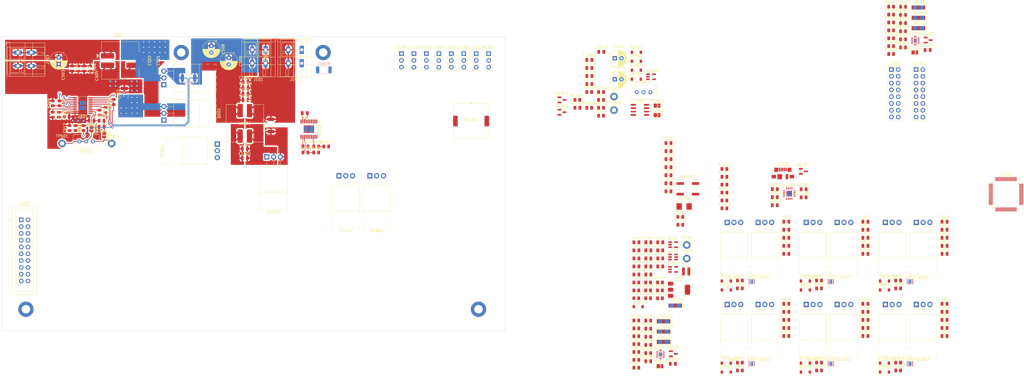
<source format=kicad_pcb>
(kicad_pcb (version 20240225) (generator "pcbnew") (generator_version "8.99")
  (layers (0 "F.Cu" signal) (1 "In1.Cu" signal) (2 "In2.Cu" signal) (31 "B.Cu" signal) (34 "B.Paste" user) (35 "F.Paste" user) (36 "B.SilkS" user "B.Silkscreen") (37 "F.SilkS" user "F.Silkscreen") (38 "B.Mask" user) (39 "F.Mask" user) (44 "Edge.Cuts" user))
  (net 0 "")
  (net 1 "V_{DRIVE}")
  (net 2 "Net-(BZ1301--)")
  (net 3 "VCAP")
  (net 4 "/MOT A Connection/MOT.B")
  (net 5 "Net-(U201-BST)")
  (net 6 "PGND")
  (net 7 "GNDD")
  (net 8 "Net-(U401-+)")
  (net 9 "Net-(U402-SW)")
  (net 10 "Net-(U402-BOOT)")
  (net 11 "+5V")
  (net 12 "Net-(U403-BP)")
  (net 13 "+3.3V")
  (net 14 "Net-(D401-K)")
  (net 15 "Net-(D401-A)")
  (net 16 "/PSU/V_{CELL}")
  (net 17 "Net-(U501-INTV_{EE})")
  (net 18 "Net-(U501-INTV_{CC})")
  (net 19 "/PSU/Input PSU/V_{CTRL}")
  (net 20 "Net-(U501-IMON)")
  (net 21 "Net-(JP501-A)")
  (net 22 "Net-(U501-SS)")
  (net 23 "Net-(JP502-A)")
  (net 24 "/MOT A Connection/MOT.C")
  (net 25 "Net-(U601-BST)")
  (net 26 "/MOT B Connection/MOT.B")
  (net 27 "Net-(U801-BST)")
  (net 28 "/MOTA Driver/Phase A Driver/OUT")
  (net 29 "Net-(U901-BST)")
  (net 30 "/MOT B Connection/MOT.C")
  (net 31 "Net-(U1001-BST)")
  (net 32 "Net-(JP1101-A)")
  (net 33 "/MCU/NRST")
  (net 34 "/MCU/OSC_1")
  (net 35 "/MCU/OSC_2")
  (net 36 "Net-(J1308-D+)")
  (net 37 "Net-(J1308-D-)")
  (net 38 "/Radio and misc/V_{FTDI}")
  (net 39 "Net-(JP1401-A)")
  (net 40 "/PSU/Battery chagrer/SW_OUT")
  (net 41 "/PSU/Battery chagrer/SW_IN")
  (net 42 "/PSU/Battery chagrer/SWIN_CSP")
  (net 43 "IN")
  (net 44 "Net-(U1601-INTV_{EE})")
  (net 45 "Net-(U1601-INTV_{CC})")
  (net 46 "Net-(U1601-IMON)")
  (net 47 "Net-(JP1601-A)")
  (net 48 "Net-(U1601-SS)")
  (net 49 "Net-(JP1602-A)")
  (net 50 "Net-(U1603-+)")
  (net 51 "/MOTB Driver/Phase A Driver/OUT")
  (net 52 "Net-(U1801-BST)")
  (net 53 "Net-(D1101-A)")
  (net 54 "Net-(D1101-K)")
  (net 55 "Net-(D1102-A)")
  (net 56 "Net-(D1103-A)")
  (net 57 "Net-(D1104-A)")
  (net 58 "Net-(D1105-A)")
  (net 59 "Net-(D1106-A)")
  (net 60 "Net-(D1301-K)")
  (net 61 "Net-(D1302-K)")
  (net 62 "Net-(D1401-K)")
  (net 63 "Net-(D1401-A)")
  (net 64 "Net-(D1402-A)")
  (net 65 "Net-(D1403-A)")
  (net 66 "Net-(D1404-A)")
  (net 67 "Net-(D1405-A)")
  (net 68 "Net-(D1406-A)")
  (net 69 "/MCU/~{BAT_CHARGE}")
  (net 70 "Net-(D1601-K)")
  (net 71 "/MCU/BAT_USE")
  (net 72 "Net-(D1603-K)")
  (net 73 "Net-(D1603-A)")
  (net 74 "Net-(D1604-A)")
  (net 79 "/MCU/SWDIO")
  (net 82 "/MCU/SWCLK")
  (net 85 "/MCU/RADIO1")
  (net 86 "/MCU/RADIO2")
  (net 87 "/MCU/RADIO3")
  (net 88 "/MCU/RADIO4")
  (net 89 "/MCU/RADIO5")
  (net 90 "/MCU/RADIO6")
  (net 91 "Net-(J1308-VBUS)")
  (net 93 "/CODB.I")
  (net 94 "/CSN_2")
  (net 95 "/SPI.CLK")
  (net 96 "/SPI.MISO")
  (net 97 "/MOT B Connection/COD_V")
  (net 98 "/CODB.A")
  (net 99 "/MOT B Connection/COD_U")
  (net 100 "/CODB.B")
  (net 101 "/SPI.MOSI")
  (net 102 "/MOT B Connection/MOT.A")
  (net 103 "/MOT B Connection/COD_PWM")
  (net 104 "/CODA.B")
  (net 105 "/MOT A Connection/MOT.A")
  (net 106 "/MOT A Connection/COD_PWM")
  (net 107 "/MOT A Connection/COD_U")
  (net 108 "/CODA.A")
  (net 109 "/CSN_1")
  (net 110 "/CODA.I")
  (net 111 "/MOT A Connection/COD_V")
  (net 112 "Net-(JP501-B)")
  (net 113 "Net-(JP502-B)")
  (net 114 "/MCU/MOT2.AL")
  (net 115 "Net-(JP1102-A)")
  (net 116 "/MCU/MOT2_CMD.AL")
  (net 117 "/MCU/MOT2.BL")
  (net 118 "/MCU/MOT2_CMD.BL")
  (net 119 "Net-(JP1103-A)")
  (net 120 "/MCU/MOT2_CMD.CL")
  (net 121 "Net-(JP1104-A)")
  (net 122 "/MCU/MOT2.CL")
  (net 123 "Net-(JP1402-A)")
  (net 124 "/MCU/MOT1_CMD.AL")
  (net 125 "/MCU/MOT1.AL")
  (net 126 "Net-(JP1403-A)")
  (net 127 "/MCU/MOT1.BL")
  (net 128 "/MCU/MOT1_CMD.BL")
  (net 129 "/MCU/MOT1.CL")
  (net 130 "/MCU/MOT1_CMD.CL")
  (net 131 "Net-(JP1404-A)")
  (net 132 "Net-(JP1601-B)")
  (net 133 "Net-(JP1602-B)")
  (net 134 "Net-(Q201-G)")
  (net 135 "Net-(Q202-G)")
  (net 136 "Net-(Q501-G)")
  (net 137 "Net-(Q502-G)")
  (net 138 "Net-(Q601-G)")
  (net 139 "Net-(Q602-G)")
  (net 140 "Net-(Q801-G)")
  (net 141 "Net-(Q802-G)")
  (net 142 "Net-(Q901-G)")
  (net 143 "Net-(Q902-G)")
  (net 144 "Net-(Q1001-G)")
  (net 145 "Net-(Q1002-G)")
  (net 146 "/MCU/MOT_LED_EN")
  (net 147 "/MCU/EN_BIP")
  (net 148 "Net-(Q1601-G)")
  (net 149 "Net-(Q1601-S)")
  (net 150 "Net-(Q1602-G)")
  (net 151 "Net-(Q1603-D)")
  (net 152 "Net-(Q1603-G)")
  (net 153 "Net-(Q1604-D)")
  (net 154 "Net-(Q1605-S)")
  (net 155 "Net-(Q1801-G)")
  (net 156 "Net-(Q1802-G)")
  (net 157 "/MCU/MOT1.BH")
  (net 158 "Net-(U402-EN)")
  (net 159 "Net-(U402-FB)")
  (net 160 "Net-(U501-EN{slash}FBIN)")
  (net 161 "Net-(U501-FBX)")
  (net 162 "Net-(R507-Pad2)")
  (net 163 "Net-(U501-RT)")
  (net 164 "/MCU/MOT1.CH")
  (net 165 "/MCU/MOT2.BH")
  (net 166 "/MCU/MOT1.AH")
  (net 167 "/MCU/MOT2.CH")
  (net 168 "/MCU/MOT2.AH")
  (net 169 "Net-(U1201-BOOT0)")
  (net 170 "Net-(U1301-USBDM)")
  (net 171 "Net-(U1301-USBDP)")
  (net 172 "Net-(U1301-CBUS1)")
  (net 173 "Net-(U1301-CBUS2)")
  (net 174 "Net-(U1601-FBX)")
  (net 175 "Net-(R1608-Pad2)")
  (net 176 "Net-(U1601-RT)")
  (net 177 "/MCU/MEAS_VCAP")
  (net 179 "/MCU/MOT2_PWM")
  (net 186 "/MCU/USART.TX")
  (net 187 "/MCU/MOT1_PWM")
  (net 189 "/MCU/MEAS_VBAT")
  (net 192 "/MCU/MEAS_IBAT")
  (net 194 "/MCU/USART.RX")
  (net 203 "/PSU/Input PSU/SW_OUT")
  (net 204 "/PSU/Input PSU/SW_IN")
  (net 205 "/PSU/Input PSU/SWIN_CSP")
  (net 206 "/PSU/Input PSU/SWOUT_ISP")
  (footprint "Potentiometer_THT:Potentiometer_Bourns_3296W_Vertical" (layer "F.Cu") (at 284.1875 58.865)
    (property "Reference" "RV1601")
    (property "Value" "100k (10k)")
  )
  (footprint "Diode_SMD:D_SOD-123" (layer "F.Cu") (at 278.9825 53.965)
    (property "Reference" "D1604")
    (property "Value" " B5819W-TP ")
  )
  (footprint "Capacitor_SMD:C_0805_2012Metric" (layer "F.Cu") (at 334.95 116.28)
    (property "Reference" "C204")
    (property "Value" "1n")
  )
  (footprint "TestPoint:TestPoint_Keystone_5010-5014_Multipurpose" (layer "F.Cu") (at 83 78)
    (property "Reference" "TP502")
    (property "Value" "TP_RCOMP_L")
  )
  (footprint "Capacitor_SMD:C_0805_2012Metric" (layer "F.Cu") (at 394.05 146.99)
    (property "Reference" "C1804")
    (property "Value" "1n")
  )
  (footprint "Capacitor_SMD:C_0805_2012Metric" (layer "F.Cu") (at 261.4075 46.755)
    (property "Reference" "C1609")
    (property "Value" "62n")
  )
  (footprint "Package_TO_SOT_SMD:SOT-23" (layer "F.Cu") (at 292.8 156.665)
    (property "Reference" "Q1101")
    (property "Value" "IRLML0030")
  )
  (footprint "Diode_SMD:D_SOD-123" (layer "F.Cu") (at 312.545 160.14)
    (property "Reference" "D601")
    (property "Value" " B5819W-TP ")
  )
  (footprint "Resistor_SMD:R_0805_2012Metric" (layer "F.Cu") (at 347.17 132.18)
    (property "Reference" "R902")
    (property "Value" "100k")
  )
  (footprint "Package_SON:WSON-8-1EP_2x2mm_P0.5mm_EP0.9x1.6mm_ThermalVias" (layer "F.Cu") (at 381.135 160.375)
    (property "Reference" "U1801")
    (property "Value" "LM2105")
  )
  (footprint "Jumper:SolderJumper-2_P1.3mm_Open_TrianglePad1.0x1.5mm" (layer "F.Cu") (at 80.25 74.75 -90)
    (property "Reference" "JP502")
    (property "Value" "JP_COMP")
  )
  (footprint "Package_SON:WSON-8-1EP_2x2mm_P0.5mm_EP0.9x1.6mm_ThermalVias" (layer "F.Cu") (at 322.035 129.665)
    (property "Reference" "U201")
    (property "Value" "LM2105")
  )
  (footprint "Package_TO_SOT_SMD:SOT-223-3_TabPin2" (layer "F.Cu") (at 294.9 132.705)
    (property "Reference" "U404")
    (property "Value" "LM317_SOT-223")
  )
  (footprint "Capacitor_SMD:C_0805_2012Metric" (layer "F.Cu") (at 155.14 66.6375 180)
    (property "Reference" "C1607")
    (property "Value" "2.2u")
  )
  (footprint "LED_SMD:LED_0805_2012Metric" (layer "F.Cu") (at 378.55 32.985)
    (property "Reference" "D1403")
    (property "Value" "RED")
  )
  (footprint "Resistor_SMD:R_0805_2012Metric" (layer "F.Cu") (at 163.14 79.1375)
    (property "Reference" "R1610")
    (property "Value" "22k")
  )
  (footprint "Capacitor_SMD:C_0805_2012Metric" (layer "F.Cu") (at 75.5 69.5 180)
    (property "Reference" "C514")
    (property "Value" "100p")
  )
  (footprint "Resistor_SMD:R_0805_2012Metric" (layer "F.Cu") (at 347.17 159.94)
    (property "Reference" "R1001")
    (property "Value" "100k")
  )
  (footprint "Button_Switch_SMD:SW_SPST_B3SL-1022P" (layer "F.Cu") (at 298.2 94.97)
    (property "Reference" "SW1201")
    (property "Value" "B3SL-1022P")
  )
  (footprint "Package_TO_SOT_SMD:SOT-23-5" (layer "F.Cu") (at 284.4275 53.06)
    (property "Reference" "U1603")
    (property "Value" "TSV911xxLx")
  )
  (footprint "LED_SMD:LED_0805_2012Metric" (layer "F.Cu") (at 378.55 39.065)
    (property "Reference" "D1405")
    (property "Value" "BLUE")
  )
  (footprint "Capacitor_SMD:C_0805_2012Metric" (layer "F.Cu") (at 278.97 120.98)
    (property "Reference" "C403")
    (property "Value" "2.2u")
  )
  (footprint "Capacitor_SMD:C_0805_2012Metric" (layer "F.Cu") (at 334.95 150)
    (property "Reference" "C605")
    (property "Value" "1u")
  )
  (footprint "Capacitor_SMD:C_0805_2012Metric" (layer "F.Cu") (at 364.5 110.26)
    (property "Reference" "C902")
    (property "Value" "100n")
  )
  (footprint "Resistor_SMD:R_0805_2012Metric" (layer "F.Cu") (at 63.25 67.25 -90)
    (property "Reference" "R507")
    (property "Value" "120k")
  )
  (footprint "Jumper:SolderJumper-2_P1.3mm_Open_TrianglePad1.0x1.5mm" (layer "F.Cu") (at 75.5 72.525 -90)
    (property "Reference" "JP501")
    (property "Value" "JP_COMP")
  )
  (footprint "Resistor_SMD:R_0805_2012Metric" (layer "F.Cu") (at 374.1 29.81)
    (property "Reference" "R1402")
    (property "Value" "3k3")
  )
  (footprint "Resistor_SMD:R_0805_2012Metric" (layer "F.Cu") (at 261.3475 58.765)
    (property "Reference" "R1607")
    (property "Value" "10k")
  )
  (footprint "Capacitor_SMD:C_0805_2012Metric" (layer "F.Cu") (at 287.87 120.98)
    (property "Reference" "C413")
    (property "Value" "100n")
  )
  (footprint "Capacitor_SMD:C_0805_2012Metric" (layer "F.Cu") (at 72.75 50 -90)
    (property "Reference" "C507")
    (property "Value" "10u")
  )
  (footprint "Capacitor_SMD:C_0805_2012Metric" (layer "F.Cu") (at 283.42 127)
    (property "Reference" "C410")
    (property "Value" "1u")
  )
  (footprint "Package_DFN_QFN:DHVQFN-14-1EP_2.5x3mm_P0.5mm_EP1x1.5mm" (layer "F.Cu") (at 383.13 39.57)
    (property "Reference" "U1401")
    (property "Value" "74LS08")
  )
  (footprint "Capacitor_THT:CP_Radial_D6.3mm_P2.50mm" (layer "F.Cu") (at 63.25 45.817621 -90)
    (property "Reference" "C503")
    (property "Value" "100u")
  )
  (footprint "Capacitor_SMD:C_0805_2012Metric" (layer "F.Cu") (at 133 57.29)
    (property "Reference" "C1604")
    (property "Value" "10u")
  )
  (footprint "Crystal:Crystal_SMD_5032-2Pin_5.0x3.2mm" (layer "F.Cu") (at 296.8 101.57)
    (property "Reference" "Y1201")
    (property "Value" "8MHz")
  )
  (footprint "Package_TO_SOT_THT:TO-220-3_Horizontal_TabUp" (layer "F.Cu") (at 353.96 138.23)
    (property "Reference" "Q1002")
    (property "Value" "TK4R3E06PL")
  )
  (footprint "Diode_SMD:D_SOD-123" (layer "F.Cu") (at 342.095 163.49)
    (property "Reference" "D1002")
    (property "Value" " B5819W-TP ")
  )
  (footprint "Capacitor_SMD:C_0805_2012Metric" (layer "F.Cu") (at 292.58 160.39)
    (property "Reference" "C1101")
    (property "Value" "100n")
  )
  (footprint "Capacitor_SMD:C_0805_2012Metric" (layer "F.Cu") (at 394.05 107.25)
    (property "Reference" "C801")
    (property "Value" "1n")
  )
  (footprint "Resistor_SMD:R_0805_2012Metric" (layer "F.Cu") (at 66.25 68)
    (property "Reference" "R509")
    (property "Value" "22k")
  )
  (footprint "Capacitor_SMD:C_0805_2012Metric" (layer "F.Cu") (at 98.75 47 -90)
    (property "Reference" "C501")
    (property "Value" "10u")
  )
  (footprint "Capacitor_SMD:C_0805_2012Metric" (layer "F.Cu") (at 334.95 140.97)
    (property "Reference" "C602")
    (property "Value" "100n")
  )
  (footprint "Capacitor_SMD:C_0805_2012Metric" (layer "F.Cu") (at 287.87 114.96)
    (property "Reference" "C411")
    (property "Value" "1u")
  )
  (footprint "Capacitor_SMD:C_0805_2012Metric" (layer "F.Cu") (at 278.97 127)
    (property "Reference" "C405")
    (property "Value" "10u")
  )
  (footprint "Resistor_SMD:R_0805_2012Metric" (layer "F.Cu") (at 278.95 150.08)
    (property "Reference" "R1103")
    (property "Value" "3k3")
  )
  (footprint "Resistor_SMD:R_0805_2012Metric" (layer "F.Cu") (at 278.95 129.98)
    (property "Reference" "R401")
    (property "Value" "33k")
  )
  (footprint "Resistor_SMD:R_2010_5025Metric" (layer "F.Cu") (at 87.75 59.75 90)
    (property "Reference" "R502")
    (property "Value" "1m")
  )
  (footprint "Capacitor_SMD:C_0805_2012Metric" (layer "F.Cu") (at 290.95 86.88)
    (property "Reference" "C1204")
    (property "Value" "100n")
  )
  (footprint "TerminalBlock_WAGO:TerminalBlock_WAGO_236-402_1x02_P5.00mm_45Degree" (layer "F.Cu") (at 53 44 -90)
    (property "Reference" "J103")
    (property "Value" "Conn_01x02")
  )
  (footprint "Resistor_SMD:R_0805_2012Metric" (layer "F.Cu") (at 278.95 132.93)
    (property "Reference" "R402")
    (property "Value" "5.6k")
  )
  (footprint "Capacitor_SMD:C_0805_2012Metric" (layer "F.Cu") (at 394.05 116.28)
    (property "Reference" "C804")
    (property "Value" "1n")
  )
  (footprint "Package_TO_SOT_THT:TO-220-3_Horizontal_TabUp" (layer "F.Cu") (at 324.41 107.52)
    (property "Reference" "Q202")
    (property "Value" "TK4R3E06PL")
  )
  (footprint "Resistor_SMD:R_0805_2012Metric" (layer "F.Cu") (at 317.62 129.23)
    (property "Reference" "R201")
    (property "Value" "100k")
  )
  (footprint "LED_SMD:LED_0805_2012Metric" (layer "F.Cu") (at 283.4 150.305)
    (property "Reference" "D1103")
    (property "Value" "RED")
  )
  (footprint "Diode_SMD:D_SOD-123" (layer "F.Cu") (at 312.545 132.78)
    (property "Reference" "D202")
    (property "Value" " B5819W-TP ")
  )
  (footprint "Capacitor_SMD:C_0805_2012Metric" (layer "F.Cu") (at 330.66 101.12)
    (property "Reference" "C1303")
    (property "Value" "100n")
  )
  (footprint "TestPoint:TestPoint_Keystone_5010-5014_Multipurpose" (layer "F.Cu") (at 297.77 121.03)
    (property "Reference" "TP402")
    (property "Value" "TestPoint")
  )
  (footprint "Diode_SMD:D_SOD-123" (layer "F.Cu") (at 371.645 160.14)
    (property "Reference" "D1801")
    (property "Value" " B5819W-TP ")
  )
  (footprint "Resistor_SMD:R_0805_2012Metric" (layer "F.Cu") (at 265.7575 64.665)
    (property "Reference" "R1613")
    (property "Value" "33k")
  )
  (footprint "Diode_SMD:D_SOD-123" (layer "F.Cu") (at 312.545 163.49)
    (property "Reference" "D602")
    (property "Value" " B5819W-TP ")
  )
  (footprint "Diode_SMD:D_SOD-123" (layer "F.Cu") (at 342.095 132.78)
    (property "Reference" "D902")
    (property "Value" " B5819W-TP ")
  )
  (footprint "Capacitor_SMD:C_0805_2012Metric" (layer "F.Cu") (at 364.5 137.96)
    (property "Reference" "C1001")
    (property "Value" "1n")
  )
  (footprint "Resistor_SMD:R_0805_2012Metric" (layer "F.Cu") (at 347.17 162.89)
    (property "Reference" "R1002")
    (property "Value" "100k")
  )
  (footprint "Resistor_SMD:R_0805_2012Metric" (layer "F.Cu") (at 283.36 132.93)
    (property "Reference" "R405")
    (property "Value" "150k")
  )
  (footprint "Package_DFN_QFN:DHVQFN-14-1EP_2.5x3mm_P0.5mm_EP1x1.5mm" (layer "F.Cu") (at 287.98 156.89)
    (property "Reference" "U1101")
    (property "Value" "74LS08")
  )
  (footprint "Capacitor_SMD:C_0805_2012Metric" (layer "F.Cu") (at 261.4075 52.775)
    (property "Reference" "C1611")
    (property "Value" "560n")
  )
  (footprint "Package_TO_SOT_THT:TO-220-3_Horizontal_TabUp" (layer "F.Cu") (at 167.91 90.09)
    (property "Reference" "Q1604")
    (property "Value" "IXTP28P065T")
  )
  (footprint "Capacitor_SMD:C_0805_2012Metric" (layer "F.Cu") (at 155.39 79.1375)
    (property "Reference" "C1608")
    (property "Value" "2.2u")
  )
  (footprint "Resistor_SMD:R_0805_2012Metric" (layer "F.Cu") (at 374.1 26.86)
    (property "Reference" "R1401")
    (property "Value" "3k3")
  )
  (footprint "Jumper:SolderJumper-2_P1.3mm_Open_TrianglePad1.0x1.5mm" (layer "F.Cu") (at 286.6875 67.415)
    (property "Reference" "JP1602")
    (property "Value" "JP_COMP")
  )
  (footprint "LED_SMD:LED_0805_2012Metric" (layer "F.Cu") (at 378.55 26.905)
    (property "Reference" "D1401")
    (property "Value" "RED")
  )
  (footprint "Resistor_SMD:R_0805_2012Metric" (layer "F.Cu") (at 311.83 96.37)
    (property "Reference" "R1304")
    (property "Value" "27")
  )
  (footprint "Capacitor_SMD:C_0805_2012Metric" (layer "F.Cu") (at 75 50 -90)
    (property "Reference" "C506")
    (property "Value" "10u")
  )
  (footprint "Resistor_SMD:R_0805_2012Metric" (layer "F.Cu") (at 72.5 72.25 90)
    (property "Reference" "R505")
    (property "Value" "200k")
  )
  (footprint "Capacitor_SMD:C_0805_2012Metric" (layer "F.Cu") (at 364.5 140.97)
    (property "Reference" "C1002")
    (property "Value" "100n")
  )
  (footprint "Capacitor_SMD:C_0805_2012Metric" (layer "F.Cu") (at 290.95 83.87)
    (property "Reference" "C1203")
    (property "Value" "100n")
  )
  (footprint "Package_SON:WSON-8-1EP_2x2mm_P0.5mm_EP0.9x1.6mm_ThermalVias" (layer "F.Cu") (at 381.135 129.665)
    (property "Reference" "U801")
    (property "Value" "LM2105")
  )
  (footprint "Package_TO_SOT_THT:TO-220-3_Horizontal_TabUp" (layer "F.Cu") (at 312.86 138.23)
    (property "Reference" "Q601")
    (property "Value" "TK4R3E06PL")
  )
  (footprint "Capacitor_THT:CP_Radial_D6.3mm_P2.50mm" (layer "F.Cu") (at 270.892741 46.165)
    (property "Reference" "C1605")
    (property "Value" "100u")
  )
  (footprint "Diode_SMD:D_SOD-123" (layer "F.Cu") (at 371.645 129.43)
    (property "Reference" "D801")
    (property "Value" " B5819W-TP ")
  )
  (footprint "Resistor_SMD:R_0805_2012Metric" (layer "F.Cu") (at 283.36 129.98)
    (property "Reference" "R404")
    (property "Value" "NM")
  )
  (footprint "power_supply:VLS3015CX" (layer "F.Cu") (at 297.545 125.855)
    (property "Reference" "L401")
    (property "Value" "3.3u")
  )
  (footprint "Resistor_SMD:R_0805_2012Metric" (layer "F.Cu") (at 261.3475 64.665)
    (property "Reference" "R1609")
    (property "Value" "R")
  )
  (footprint "LED_SMD:LED_0805_2012Metric" (layer "F.Cu") (at 283.4 147.265)
    (property "Reference" "D1102")
    (property "Value" "RED")
  )
  (footprint "LED_SMD:LED_0805_2012Metric" (layer "F.Cu") (at 378.55 42.105)
    (property "Reference" "D1406")
    (property "Value" "BLUE")
  )
  (footprint "Resistor_SMD:R_0805_2012Metric" (layer "F.Cu") (at 287.77 135.88)
    (property "Reference" "R409")
    (property "Value" "20k")
  )
  (footprint "Capacitor_SMD:C_0805_2012Metric" (layer "F.Cu") (at 261.4075 55.785)
    (property "Reference" "C1612")
    (property "Value" "4.7n")
  )
  (footprint "Package_TO_SOT_SMD:SOT-23-6" (layer "F.Cu") (at 292.67 120.48)
    (property "Reference" "U402")
    (property "Value" "LMR51430")
  )
  (footprint "Capacitor_SMD:C_0805_2012Metric" (layer "F.Cu") (at 287.87 117.97)
    (property "Reference" "C412")
    (property "Value" "1u")
  )
  (footprint "Mounting_Holes:MountingHole_3.2mm_M3_ISO7380_Pad" (layer "F.Cu") (at 109 44)
    (property "Reference" "P4")
    (property "Value" "CONN_01X01")
  )
  (footprint "Package_TO_SOT_SMD:SOT-23" (layer "F.Cu") (at 251.1775 66.325)
    (property "Reference" "Q1606")
    (property "Value" "IRLML0030")
  )
  (footprint "Capacitor_SMD:C_0805_2012Metric" (layer "F.Cu") (at 330.66 98.11)
    (property "Reference" "C1302")
    (property "Value" "47p")
  )
  (footprint "Resistor_SMD:R_0805_2012Metric" (layer "F.Cu") (at 283.36 135.88)
    (property "Reference" "R406")
    (property "Value" "33k")
  )
  (footprint "Mounting_Holes:MountingHole_3.2mm_M3_ISO7380_Pad" (layer "F.Cu") (at 51 140)
    (property "Reference" "P2")
    (property "Value" "CONN_01X01")
  )
  (footprint "Package_TO_SOT_SMD:SOT-23-5" (layer "F.Cu") (at 292.67 115.855)
    (property "Reference" "U401")
    (property "Value" "TSV911xxLx")
  )
  (footprint "Jumper:SolderJumper-3_P2.0mm_Open_TrianglePad1.0x1.5mm" (layer "F.Cu") (at 293.48 138.62)
    (property "Reference" "JP401")
    (property "Value" "DRIVE VSEL")
  )
  (footprint "Capacitor_SMD:C_0805_2012Metric" (layer "F.Cu") (at 278.97 117.97)
    (property "Reference" "C402")
    (property "Value" "100n")
  )
  (footprint "Diode_SMD:D_SOD-123" (layer "F.Cu") (at 279.665 139.03)
    (property "Reference" "D401")
    (property "Value" "XBS104S14R-G")
  )
  (footprint "Connector_PinHeader_2.54mm:PinHeader_1x03_P2.54mm_Vertical" (layer "F.Cu") (at 191.25 44.42)
    (property "Reference" "J1301")
    (property "Value" "Transponder")
  )
  (footprint "Resistor_SMD:R_0805_2012Metric" (layer "F.Cu") (at 374.1 35.71)
    (property "Reference" "R1404")
    (property "Value" "3k3")
  )
  (footprint "Connector_IDC:IDC-Header_2x10_P2.54mm_Vertical" (layer "F.Cu") (at 49.2475 106.57)
    (property "Reference" "J1201")
    (property "Value" "Conn_ARM_JTAG_SWD_20")
  )
  (footprint "Capacitor_SMD:C_0805_2012Metric" (layer "F.Cu") (at 364.5 113.27)
    (property "Reference" "C903")
    (property "Value" "1n")
  )
  (footprint "Package_TO_SOT_THT:TO-220-3_Horizontal_TabUp" (layer "F.Cu") (at 312.86 107.52)
    (property "Reference" "Q201")
    (property "Value" "TK4R3E06PL")
  )
  (footprint "Capacitor_SMD:C_0805_2012Metric" (layer "F.Cu") (at 394.05 110.26)
    (property "Reference" "C802")
    (property "Value" "100n")
  )
  (footprint "Capacitor_SMD:C_0805_2012Metric" (layer "F.Cu") (at 133 55.04)
    (property "Reference" "C1603")
    (property "Value" "10u")
  )
  (footprint "Connector_PinHeader_2.54mm:PinHeader_1x03_P2.54mm_Vertical" (layer "F.Cu") (at 205.2 44.42)
    (property "Reference" "J1304")
    (property "Value" "Conn_01x03")
  )
  (footprint "Jumper:SolderJumper-3_P2.0mm_Open_TrianglePad1.0x1.5mm" (layer "F.Cu") (at 289.11 152.21)
    (property "Reference" "JP1104")
    (property "Value" "AND_BYP")
  )
  (footprint "Resistor_SMD:R_0805_2012Metric" (layer "F.Cu") (at 278.95 155.98)
    (property "Reference" "R1105")
    (property "Value" "3k3")
  )
  (footprint "Connector_PinHeader_2.54mm:PinHeader_1x03_P2.54mm_Vertical" (layer "F.Cu") (at 200.55 44.42)
    (property "Reference" "J1303")
    (property "Value" "Conn_01x03")
  )
  (footprint "Capacitor_SMD:C_0805_2012Metric" (layer "F.Cu") (at 394.05 137.96)
    (property "Reference" "C1801")
    (property "Value" "1n")
  )
  (footprint "Resistor_SMD:R_0805_2012Metric" (layer "F.Cu") (at 374.1 41.61)
    (property "Reference" "R1406")
    (property "Value" "3k3")
  )
  (footprint "Jumper:SolderJumper-2_P1.3mm_Open_TrianglePad1.0x1.5mm" (layer "F.Cu") (at 287.78 161.29)
    (property "Reference" "JP1101")
    (property "Value" "AND_PWR")
  )
  (footprint "Resistor_SMD:R_0805_2012Metric" (layer "F.Cu") (at 317.62 162.89)
    (property "Reference" "R602")
    (property "Value" "100k")
  )
  (footprint "Resistor_SMD:R_0805_2012Metric" (layer "F.Cu") (at 311.83 90.47)
    (property "Reference" "R1302")
    (property "Value" "100k")
  )
  (footprint "Capacitor_SMD:C_0805_2012Metric" (layer "F.Cu") (at 334.95 107.25)
    (property "Reference" "C201")
    (property "Value" "1n")
  )
  (footprint "Resistor_SMD:R_0805_2012Metric" (layer "F.Cu") (at 295.38 108.42)
    (property "Reference" "R1202")
    (property "Value" "10k")
  )
  (footprint "Package_TO_SOT_THT:TO-220-3_Horizontal_TabUp" (layer "F.Cu") (at 371.96 107.52)
    (property "Reference" "Q801")
    (property "Value" "TK4R3E06PL")
  )
  (footprint "Package_TO_SOT_THT:TO-220-3_Horizontal_TabUp" (layer "F.Cu") (at 324.41 138.23)
    (property "Reference" "Q602")
    (property "Value" "TK4R3E06PL")
  )
  (footprint "Mounting_Holes:MountingHole_3.2mm_M3_ISO7380_Pad" (layer "F.Cu") (at 220 140)
    (property "Reference" "P3")
    (property "Value" "CONN_01X01")
  )
  (footprint "Capacitor_SMD:C_0805_2012Metric" (layer "F.Cu") (at 283.42 123.99)
    (property "Reference" "C409")
    (property "Value" "10n")
  )
  (footprint "Resistor_SMD:R_0805_2012Metric" (layer "F.Cu") (at 347.17 129.23)
    (property "Reference" "R901")
    (property "Value" "100k")
  )
  (footprint "Jumper:SolderJumper-3_P2.0mm_Open_TrianglePad1.0x1.5mm" (layer "F.Cu") (at 384.26 31.035)
    (property "Reference" "JP1403")
    (property "Value" "AND_BYP")
  )
  (footprint "Capacitor_SMD:C_0805_2012Metric" (layer "F.Cu") (at 132.75 83.5)
    (property "Reference" "C1601")
    (property "Value" "10u")
  )
  (footprint "Capacitor_THT:CP_Radial_D6.3mm_P2.50mm" (layer "F.Cu") (at 120.25 41.5 -90)
    (property "Reference" "C508")
    (property "Value" "100u")
  )
  (footprint "Capacitor_SMD:C_0805_2012Metric" (layer "F.Cu") (at 290.95 95.91)
    (property "Reference" "C1207")
    (property "Value" "18p")
  )
  (footprint "Capacitor_SMD:C_0805_2012Metric" (layer "F.Cu") (at 283.42 114.96)
    (property "Reference" "C406")
    (property "Value" "10u")
  )
  (footprint "Resistor_SMD:R_0805_2012Metric" (layer "F.Cu") (at 374.1 38.66)
    (property "Reference" "R1405")
    (property "Value" "3k3")
  )
  (footprint "Resistor_SMD:R_0805_2012Metric" (layer "F.Cu") (at 265.7575 61.715)
    (property "Reference" "R1612")
    (property "Value" "10k")
  )
  (footprint "Resistor_SMD:R_0805_2012Metric" (layer "F.Cu") (at 159.39 81.3875)
    (property "Reference" "R1606")
    (property "Value" "4.7k")
  )
  (footprint "Connector_USB:USB_Micro-B_Molex_47346-0001" (layer "F.Cu") (at 333.66 89.22)
    (property "Reference" "J1308")
    (property "Value" "USB_B_Micro")
  )
  (footprint "Resistor_SMD:R_0805_2012Metric" (layer "F.Cu") (at 374.1 44.56)
    (property "Reference" "R1407")
    (property "Value" "100k")
  )
  (footprint "Connector_PinHeader_2.54mm:PinHeader_1x03_P2.54mm_Vertical" (layer "F.Cu") (at 195.9 44.42)
    (property "Reference" "J1302")
    (property "Value" "Conn_01x03")
  )
  (footprint "Capacitor_SMD:C_0805_2012Metric" (layer "F.Cu") (at 290.95 80.86)
    (property "Reference" "C1202")
    (property "Value" "100n")
  )
  (footprint "Capacitor_SMD:C_0805_2012Metric" (layer "F.Cu") (at 95.5 47 -90)
    (property "Reference" "C502")
    (property "Value" "10u")
  )
  (footprint "Package_SON:WSON-8-1EP_2x2mm_P0.5mm_EP0.9x1.6mm_ThermalVias" (layer "F.Cu") (at 351.585 160.375)
    (property "Reference" "U1001")
    (property "Value" "LM2105")
  )
  (footprint "Capacitor_SMD:C_0805_2012Metric" (layer "F.Cu") (at 265.8575 43.745)
    (property "Reference" "C1613")
    (property "Value" "4.7u")
  )
  (footprint "Resistor_SMD:R_0805_2012Metric" (layer "F.Cu") (at 287.77 132.93)
    (property "Reference" "R408")
    (property "Value" "2k")
  )
  (footprint "Capacitor_SMD:C_0805_2012Metric" (layer "F.Cu") (at 330.66 95.1)
    (property "Reference" "C1301")
    (property "Value" "47p")
  )
  (footprint "Resistor_SMD:R_0805_2012Metric" (layer "F.Cu") (at 278.95 158.93)
    (property "Reference" "R1106")
    (property "Value" "3k3")
  )
  (footprint "Resistor_SMD:R_0805_2012Metric" (layer "F.Cu") (at 376.72 159.94)
    (property "Reference" "R1801")
    (property "Value" "100k")
  )
  (footprint "Capacitor_SMD:C_0805_2012Metric" (layer "F.Cu") (at 394.05 113.27)
    (property "Reference" "C803")
    (property "Value" "1n")
  )
  (footprint "LED_SMD:LED_0805_2012Metric" (layer "F.Cu") (at 283.4 153.345)
    (property "Reference" "D1104")
    (property "Value" "BLUE")
  )
  (footprint "Capacitor_SMD:C_0805_2012Metric" (layer "F.Cu") (at 394.05 119.29)
    (property "Reference" "C805")
    (property "Value" "1u")
  )
  (footprint "Resistor_SMD:R_0805_2012Metric" (layer "F.Cu") (at 79.25 69.5)
    (property "Reference" "R508")
    (property "Value" "R")
  )
  (footprint "LED_SMD:LED_0805_2012Metric" (layer "F.Cu") (at 283.4 159.425)
    (property "Reference" "D1106")
    (property "Value" "BLUE")
  )
  (footprint "Resistor_SMD:R_2010_5025Metric" (layer "F.Cu") (at 142.5 71.25 90)
    (property "Reference" "R1602")
    (property "Value" "1m")
  )
  (footprint "LED_SMD:LED_0805_2012Metric" (layer "F.Cu") (at 378.55 29.945)
    (property "Reference" "D1402")
    (property "Value" "RED")
  )
  (footprint "Capacitor_SMD:C_0805_2012Metric" (layer "F.Cu") (at 334.95 137.96)
    (property "Reference" "C601")
    (property "Value" "1n")
  )
  (footprint "Capacitor_SMD:C_0805_2012Metric" (layer "F.Cu") (at 394.05 140.97)
    (property "Reference" "C1802")
    (property "Value" "100n")
  )
  (footprint "Connector_PinHeader_2.54mm:PinHeader_2x08_P2.54mm_Vertical" (layer "F.Cu") (at 383.42 50.36)
    (property "Reference" "J1701")
    (property "Value" "Conn_02x08_Odd_Even")
  )
  (footprint "Resistor_SMD:R_0805_2012Metric" (layer "F.Cu") (at 278.95 147.13)
    (property "Reference" "R1102")
    (property "Value" "3k3")
  )
  (footprint "Capacitor_SMD:C_0805_2012Metric" (layer "F.Cu") (at 334.95 110.26)
    (property "Reference" "C202")
    (property "Value" "100n")
  )
  (footprint "LED_SMD:LED_0805_2012Metric" (layer "F.Cu") (at 283.4 144.225)
    (property "Reference" "D1101")
    (property "Value" "RED")
  )
  (footprint "Diode_SMD:D_SOD-123" (layer "F.Cu") (at 371.645 163.49)
    (property "Reference" "D1802")
    (property "Value" " B5819W-TP ")
  )
  (footprint "Package_TO_SOT_THT:TO-220-3_Horizontal_TabUp" (layer "F.Cu") (at 342.41 107.52)
    (property "Reference" "Q901")
    (property "Value" "TK4R3E06PL")
  )
  (footprint "Capacitor_SMD:C_0805_2012Metric" (layer "F.Cu") (at 79.25 71.75 180)
    (property "Reference" "C516")
    (property "Value" "4.7n")
  )
  (footprint "Capacitor_SMD:C_0805_2012Metric" (layer "F.Cu") (at 68.25 50 -90)
    (property "Reference" "C505")
    (property "Value" "10u")
  )
  (footprint "TestPoint:TestPoint_Keystone_5010-5014_Multipurpose" (layer "F.Cu") (at 297.77 115.98)
    (property "Reference" "TP401")
    (property "Value" "TestPoint")
  )
  (footprint "Resistor_SMD:R_0805_2012Metric" (layer "F.Cu") (at 295.38 105.47)
    (property "Reference" "R1201")
    (property "Value" "10k")
  )
  (footprint "Diode_SMD:D_SOD-123" (layer "F.Cu") (at 278.9825 50.615)
    (property "Reference" "D1603")
    (property "Value" " B5819W-TP ")
  )
  (footprint "Package_TO_SOT_THT:TO-220-3_Horizontal_TabUp" (layer "F.Cu") (at 102.52 69.29 90)
    (property "Reference" "Q502")
    (property "Value" "TK4R3E06PL")
  )
  (footprint "Capacitor_SMD:C_0805_2012Metric" (layer "F.Cu") (at 278.97 123.99)
    (property "Reference" "C404")
    (property "Value" "100n")
  )
  (footprint "Capacitor_SMD:C_0805_2012Metric" (layer "F.Cu") (at 287.87 123.99)
    (property "Reference" "C414")
    (property "Value" "1u")
  )
  (footprint "Capacitor_SMD:C_0805_2012Metric" (layer "F.Cu") (at 80.75 65.5 -90)
    (property "Reference" "C513")
    (property "Value" "62n")
  )
  (footprint "Package_TO_SOT_SMD:SOT-23-5" (layer "F.Cu") (at 292.67 125.105)
    (property "Reference" "U403")
    (property "Value" "LDK130M33R")
  )
  (footprint "Capacitor_SMD:C_0805_2012Metric" (layer "F.Cu") (at 283.42 117.97)
    (property "Reference" "C407")
    (property "Value" "1u")
  )
  (footprint "Capacitor_SMD:C_0805_2012Metric" (layer "F.Cu") (at 334.95 146.99)
    (property "Reference" "C604")
    (property "Value" "1n")
  )
  (footprint "Capacitor_SMD:C_0805_2012Metric" (layer "F.Cu") (at 70.5 50 -90)
    (property "Reference" "C504")
    (property "Value" "10u")
  )
  (footprint "Resistor_SMD:R_0805_2012Metric" (layer "F.Cu") (at 311.83 87.52)
    (property "Reference" "R1301")
    (property "Value" "1k")
  )
  (footprint "LED_SMD:LED_0805_2012Metric" (layer "F.Cu") (at 341.44 98.155)
    (property "Reference" "D1302")
    (property "Value" "LED")
  )
  (footprint "Diode_SMD:D_SOD-123" (layer "F.Cu") (at 278.9825 47.265)
    (property "Reference" "D1602")
    (property "Value" " B5819W-TP ")
  )
  (footprint "Jumper:SolderJumper-2_P1.3mm_Open_TrianglePad1.0x1.5mm" (layer "F.Cu") (at 286.6875 63.865)
    (property "Reference" "JP1601")
    (property "Value" "JP_COMP")
  )
  (footprint "Package_SON:WSON-8-1EP_2x2mm_P0.5mm_EP0.9x1.6mm_ThermalVias" (layer "F.Cu") (at 351.585 129.665)
    (property "Reference" "U901")
    (property "Value" "LM2105")
  )
  (footprint "Package_SO:HTSSOP-20-1EP_4.4x6.5mm_P0.65mm_EP2.74x3.86mm" (layer "F.Cu") (at 72.2 63.8 180)
    (property "Reference" "U501")
    (property "Value" "LT8710")
  )
  (footprint "Resistor_SMD:R_0805_2012Metric" (layer "F.Cu") (at 69.5 72.25 -90)
    (property "Reference" "R506")
    (property "Value" "R")
  )
  (footprint "TestPoint:TestPoint_Keystone_5010-5014_Multipurpose" (layer "F.Cu") (at 270.6075 60.465)
    (property "Reference" "TP1601")
    (property "Value" "TP_RCOMP_H")
  )
  (footprint "Resistor_SMD:R_0805_2012Metric" (layer "F.Cu") (at 376.72 162.89)
    (property "Reference" "R1802")
    (property "Value" "100k")
  )
  (footprint "Diode_SMD:D_SOD-123" (layer "F.Cu") (at 278.9825 43.915)
    (property "Reference" "D1601")
    (property "Value" " B5819W-TP ")
  )
  (footprint "Capacitor_SMD:C_0805_2012Metric" (layer "F.Cu") (at 364.5 107.25)
    (property "Reference" "C901")
    (property "Value" "1n")
  )
  (footprint "Resistor_SMD:R_0805_2012Metric" (layer "F.Cu") (at 376.72 132.18)
    (property "Reference" "R802")
    (property "Value" "100k")
  )
  (footprint "Capacitor_SMD:C_0805_2012Metric" (layer "F.Cu") (at 132.75 79.99)
    (property "Reference" "C1602")
    (property "Value" "10u")
  )
  (footprint "Diode_SMD:D_SOD-123" (layer "F.Cu") (at 342.095 160.14)
    (property "Reference" "D1001")
    (property "Value" " B5819W-TP ")
  )
  (footprint "Connector_PinHeader_2.54mm:PinHeader_1x03_P2.54mm_Vertical" (layer "F.Cu") (at 219.15 44.42)
    (property "Reference" "J1307")
    (property "Value" "Conn_01x03")
  )
  (footprint "Capacitor_SMD:C_0805_2012Metric" (layer "F.Cu") (at 364.5 119.29)
    (property "Reference" "C905")
    (property "Value" "1u")
  )
  (footprint "Capacitor_SMD:C_0805_2012Metric" (layer "F.Cu") (at 61 67.25 -90)
    (property "Reference" "C511")
    (property "Value" "2.2u")
  )
  (footprint "Capacitor_SMD:C_0805_2012Metric" (layer "F.Cu") (at 283.42 120.98)
    (property "Reference" "C408")
    (property "Value" "100n")
  )
  (footprint "Capacitor_SMD:C_0805_2012Metric" (layer "F.Cu") (at 133 61.79)
    (property "Reference" "C1615")
    (property "Value" "10u")
  )
  (footprint "Package_TO_SOT_SMD:SOT-23" (layer "F.Cu") (at 341.33 88.445)
    (property "Reference" "Q1301")
    (property "Value" "IRLML0030")
  )
  (footprint "TerminalBlock_WAGO:TerminalBlock_WAGO_236-402_1x02_P5.00mm_45Degree" (layer "F.Cu") (at 140.5 48 180)
    (property "Reference" "J101")
    (property "Value" "Conn_01x02")
  )
  (footprint "Capacitor_SMD:C_0805_2012Metric" (layer "F.Cu") (at 67.25 72.25 90)
    (property "Reference" "C512")
    (property "Value" "C")
  )
  (footprint "Resistor_SMD:R_0805_2012Metric" (layer "F.Cu") (at 311.83 99.32)
    (property "Reference" "R1305")
    (property "Value" "1k")
  )
  (footprint "Jumper:SolderJumper-2_P1.3mm_Open_TrianglePad1.0x1.5mm" (layer "F.Cu") (at 382.93 43.97)
    (property "Reference" "JP1401")
    (property "Value" "AND_PWR")
  )
  (footprint "Capacitor_THT:CP_Radial_D6.3mm_P2.50mm" (layer "F.Cu") (at 126.75 46 -90)
    (property "Reference" "C509")
    (property "Value" "100u")
  )
  (footprint "Connector_PinHeader_2.54mm:PinHeader_1x03_P2.54mm_Vertical" (layer "F.Cu") (at 209.85 44.42)
    (property "Reference" "J1305")
    (property "Value" "Conn_01x03")
  )
  (footprint "Resistor_SMD:R_0805_2012Metric" (layer "F.Cu") (at 256.9375 64.665)
    (property "Reference" "R1605")
    (property "Value" "4.7k")
  )
  (footprint "Resistor_SMD:R_0805_2012Metric" (layer "F.Cu") (at 256.9375 61.715)
    (property "Reference" "R1604")
    (property "Value" "200k")
  )
  (footprint "Diode_SMD:D_SOD-123" (layer "F.Cu") (at 342.095 129.43)
    (property "Reference" "D901")
    (property "Value" " B5819W-TP ")
  )
  (footprint "dsv4:PKLCS1212E4001-R1" (layer "F.Cu") (at 217.25 69.625)
    (property "Reference" "BZ1301")
    (property "Value" "PKLCS1212E4001-R1")
  )
  (footprint "Resistor_SMD:R_0805_2012Metric" (layer "F.Cu") (at 374.1 32.76)
    (property "Reference" "R1403")
    (property "Value" "3k3")
  )
  (footprint "Resistor_SMD:R_0805_2012Metric" (layer "F.Cu") (at 311.83 102.27)
    (property "Reference" "R1306")
    (property "Value" "1k")
  )
  (footprint "Jumper:SolderJumper-3_P2.0mm_Open_TrianglePad1.0x1.5mm" (layer "F.Cu") (at 289.11 144.5)
    (property "Reference" "JP1102")
    (property "Value" "AND_BYP")
  )
  (footprint "Package_TO_SOT_SMD:SOT-23" (layer "F.Cu") (at 251.1775 61.7)
    (property "Reference" "Q1603")
    (property "Value" "IRLML0030")
  )
  (footprint "Capacitor_SMD:C_0805_2012Metric" (layer "F.Cu") (at 334.95 143.98)
    (property "Reference" "C603")
    (property "Value" "1n")
  )
  (footprint "Resistor_SMD:R_0805_2012Metric" (layer "F.Cu") (at 278.95 135.88)
    (property "Reference" "R403")
    (property "Value" "150k")
  )
  (footprint "Resistor_SMD:R_0805_2012Metric" (layer "F.Cu") (at 265.7575 58.765)
    (property "Reference" "R1611")
    (property "Value" "10k")
  )
  (footprint "Capacitor_SMD:C_0805_2012Metric" (layer "F.Cu") (at 364.5 150)
    (property "Reference" "C1005")
    (property "Value" "1u")
  )
  (footprint "Capacitor_SMD:C_0805_2012Metric" (layer "F.Cu") (at 364.5 146.99)
    (property "Reference" "C1004")
    (property "Value" "1n")
  )
  (footprint "Jumper:SolderJumper-3_P2.0mm_Open_TrianglePad1.0x1.5mm" (layer "F.Cu") (at 384.26 27.18)
    (property "Reference" "JP1402")
    (property "Value" "AND_BYP")
  )
  (footprint "Package_TO_SOT_THT:TO-220-3_Horizontal_TabUp" (layer "F.Cu") (at 371.96 138.23)
    (property "Reference" "Q1801")
    (property "Value" "TK4R3E06PL")
  )
  (footprint "Package_TO_SOT_THT:TO-220-3_Horizontal_TabUp" (layer "F.Cu") (at 102.5 56.04 90)
    (property "Reference" "Q501")
    (property "Value" "IXTP28P065T")
  )
  (footprint "Resistor_SMD:R_0805_2012Metric" (layer "F.Cu") (at 61 63 90)
    (property "Reference" "R504")
    (property "Value" "4.7k")
  )
  (footprint "Diode_SMD:D_SOD-123" (layer "F.Cu") (at 371.645 132.78)
    (property "Reference" "D802")
    (property "Value" " B5819W-TP ")
  )
  (footprint "Capacitor_SMD:C_0805_2012Metric" (layer "F.Cu") (at 133 59.54)
    (property "Reference" "C1614")
    (property "Value" "10u")
  )
  (footprint "Capacitor_SMD:C_0805_2012Metric" (layer "F.Cu") (at 394.05 150)
    (property "Reference" "C1805")
    (property "Value" "1u")
  )
  (footprint "Diode_SMD:D_SOD-123" (layer "F.Cu") (at 312.545 129.43)
    (property "Reference" "D201")
    (property "Value" " B5819W-TP ")
  )
  (footprint "Capacitor_SMD:C_0805_2012Metric" (layer "F.Cu") (at 364.5 143.98)
    (property "Reference" "C1003")
    (property "Value" "1n")
  )
  (footprint "Package_SO:HTSSOP-20-1EP_4.4x6.5mm_P0.65mm_EP2.74x3.86mm" (layer "F.Cu") (at 156.675 72.6375 -90)
    (property "Reference" "U1601")
    (property "Value" "LT8710")
  )
  (footprint "Resistor_SMD:R_0805_2012Metric" (layer "F.Cu") (at 317.62 132.18)
    (property "Reference" "R202")
    (property "Value" "100k")
  )
  (footprint "LED_SMD:LED_0805_2012Metric" (layer "F.Cu") (at 378.55 36.025)
    (property "Reference" "D1404")
    (property "Value" "BLUE")
  )
  (footprint "Package_TO_SOT_THT:TO-220-3_Horizontal_TabUp" (layer "F.Cu") (at 140.96 83.02)
    (property "Reference" "Q1602")
    (property "Value" "TK4R3E06PL")
  )
  (footprint "Package_TO_SOT_THT:TO-220-3_Horizontal_TabUp" (layer "F.Cu") (at 383.51 107.52)
    (property "Reference" "Q802")
    (property "Value" "TK4R3E06PL")
  )
  (footprint "Resistor_SMD:R_0805_2012Metric" (layer "F.Cu") (at 278.95 161.88)
    (property "Reference" "R1107")
    (property "Value" "100k")
  )
  (footprint "Resistor_SMD:R_0805_2012Metric" (layer "F.Cu") (at 278.95 144.18)
    (property "Reference" "R1101")
    (property "Value" "3k3")
  )
  (footprint "Resistor_SMD:R_0805_2012Metric" (layer "F.Cu") (at 265.7575 67.615)
    (property "Reference" "R1614")
    (property "Value" "5.6k")
  )
  (footprint "Package_SON:WSON-8-1EP_2x2mm_P0.5mm_EP0.9x1.6mm_ThermalVias" (layer "F.Cu") (at 322.035 160.375)
    (property "Reference" "U601")
    (property "Value" "LM2105")
  )
  (footprint "LED_SMD:LED_0805_2012Metric" (layer "F.Cu") (at 283.4 156.385)
    (property "Reference" "D1105")
    (property "Value" "BLUE")
  )
  (footprint "dsv4:Coilcraft_MSD1260T" (layer "F.Cu") (at 86.25 47 90)
    (property "Reference" "L501")
    (property "Value" "3.3u")
  )
  (footprint "Package_DFN_QFN:QFN-16-1EP_4x4mm_P0.65mm_EP2.1x2.1mm" (layer "F.Cu") (at 336.04 96.75)
    (property "Reference" "U1301")
    (property "Value" "FT230XQ")
  )
  (footprint "Jumper:SolderJumper-3_P2.0mm_Open_TrianglePad1.0x1.5mm" (layer "F.Cu") (at 384.26 34.89)
    (property "Reference" "JP1404")
    (property "Value" "AND_BYP")
  )
  (footprint "Capacitor_SMD:C_0805_2012Metric" (layer "F.Cu") (at 78.5 66.5 -90)
    (property "Reference" "C515")
    (property "Value" "560n")
  )
  (footprint "Resistor_SMD:R_0805_2012Metric" (layer "F.Cu") (at 311.83 93.42)
    (property "Reference" "R1303")
    (property "Value" "27")
  )
  (footprint "Mounting_Holes:MountingHole_3.2mm_M3_ISO7380_Pad" (layer "F.Cu") (at 162 44)
    (property "Reference" "P1")
    (property "Value" "CONN_01X01")
  )
  (footprint "Capacitor_SMD:C_0805_2012Metric" (layer "F.Cu") (at 364.5 116.28)
    (property "Reference" "C904")
    (property "Value" "1n")
  )
  (footprint "dsv4:Coilcraft_MSD1260T" (layer "F.Cu") (at 132.75 70.5)
    (property "Reference" "L1601")
    (property "Value" "3.3u")
  )
  (footprint "Connector_PinHeader_2.54mm:PinHeader_1x03_P2.54mm_Vertical" (layer "F.Cu") (at 223.8 44.42)
    (property "Reference" "M1301")
    (property "Value" "Servo direction")
  )
  (footprint "Resistor_SMD:R_0805_2012Metric" (layer "F.Cu") (at 155.39 81.3875)
    (property "Reference" "R1603")
    (property "Value" "18k")
  )
  (footprint "Capacitor_SMD:C_0805_2012Metric" (layer "F.Cu") (at 278.97 114.96)
    (property "Reference" "C401")
    (property "Value" "4.7u")
  )
  (footprint "Potentiometer_THT:Potentiometer_Bourns_3296W_Vertical" (layer "F.Cu") (at 70.96 77.25 180)
    (property "Reference" "RV501")
    (property "Value" "100k (10k)")
  )
  (footprint "Capacitor_SMD:C_0805_2012Metric" (layer "F.Cu") (at 261.4075 49.765)
    (property "Reference" "C1610")
    (property "Value" "100p")
  )
  (footprint "Package_TO_SOT_THT:TO-220-3_Horizontal_TabUp" (layer "F.Cu") (at 353.96 107.52)
    (property "Reference" "Q902")
    (property "Value" "TK4R3E06PL")
  )
  (footprint "Package_TO_SOT_THT:TO-220-3_Horizontal_TabUp" (layer "F.Cu") (at 122.48 78.21 -90)
    (property "Reference" "Q1601")
    (property "Value" "IXTP28P065T")
  )
  (footprint "Capacitor_THT:CP_Radial_D6.3mm_P2.50mm" (layer "F.Cu") (at 270.892741 54.015)
    (property "Reference" "C1606")
    (property "Value" "100u")
  )
  (footprint "Package_TO_SOT_THT:TO-220-3_Horizontal_TabUp" (layer "F.Cu") (at 383.51 138.23)
    (property "Reference" "Q1802")
    (property "Value" "TK4R3E06PL")
  )
  (footprint "Connector_PinHeader_2.54mm:PinHeader_2x08_P2.54mm_Vertical" (layer "F.Cu") (at 374.22 50.36)
    (property "Reference" "J1501")
    (property "Value" "Conn_02x08_Odd_Even")
  )
  (footprint "Resistor_SMD:R_0805_2012Metric" (layer "F.Cu") (at 63.5 63 -90)
    (property "Reference" "R503")
    (property "Value" "18k")
  )
  (footprint "Capacitor_SMD:C_0805_2012Metric" (layer "F.Cu") (at 334.95 113.27)
    (property "Reference" "C203")
    (property "Value" "1n")
  )
  (footprint "TerminalBlock_WAGO:TerminalBlock_WAGO_236-402_1x02_P5.00mm_45Degree" (layer "F.Cu") (at 154 48 180)
    (property "Reference" "J102")
    (property "Value" "Conn_01x02")
  )
  (footprint "Connector_PinHeader_2.54mm:PinHeader_1x03_P2.54mm_Vertical" (layer "F.Cu") (at 214.5 44.42)
    (property "Reference" "J1306")
    (property "Value" "Conn_01x03")
  )
  (footprint "TestPoint:TestPoint_Keystone_5010-5014_Multipurpose" (layer "F.Cu") (at 270.6075 65.515)
    (property "Reference" "TP1602")
    (property "Value" "TP_RCOMP_L")
  )
  (footprint "Resistor_SMD:R_0805_2012Metric" (layer "F.Cu") (at 287.77 129.98)
    (property "Reference" "R407")
    (property "Value" "20k")
  )
  (footprint "Capacitor_SMD:C_0805_2012Metric" (layer "F.Cu") (at 387.73 43.07)
    (property "Reference" "C1401")
    (property "Value" "100n")
  )
  (footprint "Resistor_SMD:R_0805_2012Metric" (layer "F.Cu") (at 376.72 129.23)
    (property "Reference" "R801")
    (property "Value" "100k")
  )
  (footprint "Resistor_SMD:R_0805_2012Metric" (layer "F.Cu") (at 317.62 159.94)
    (property "Reference" "R601")
    (property "Value" "100k")
  )
  (footprint "TestPoint:TestPoint_Keystone_5010-5014_Multipurpose" (layer "F.Cu") (at 64.5 78)
    (property "Reference" "TP501")
    (property "Value" "TP_RCOMP_H")
  )
  (footprint "Capacitor_SMD:C_0805_2012Metric" (layer "F.Cu") (at 394.05 143.98)
    (property "Reference" "C1803")
    (property "Value" "1n")
  )
  (footprint "Jumper:SolderJumper-3_P2.0mm_Open_TrianglePad1.0x1.5mm" (layer "F.Cu") (at 289.11 148.355)
    (property "Reference" "JP1103")
    (property "Value" "AND_BYP")
  )
  (footprint "Capacitor_SMD:C_0805_2012Metric" (layer "F.Cu") (at 83.75 62.5 90)
    (property "Reference" "C510")
    (property "Value" "2.2u")
  )
  (footprint "Resistor_SMD:R_0805_2012Metric" (layer "F.Cu") (at 278.95 153.03)
    (property "Reference" "R1104")
    (property "Value" "3k3")
  )
  (footprint "Resistor_SMD:R_0805_2012Metric" (layer "F.Cu") (at 159.39 79.1375)
    (property "Reference" "R1608")
    (property "Value" "120k")
  )
  (footprint "Package_SO:SOIC-8_3.9x4.9mm_P1.27mm" (layer "F.Cu") (at 280.2875 65.445)
    (property "Reference" "U1602")
    (property "Value" "TMCS1101")
  )
  (footprint "Package_QFP:LQFP-64_10x10mm_P0.5mm" (layer "F.Cu") (at 417 97)
    (property "Reference" "U1201")
    (property "Value" "STM32L476RGTx")
  )
  (footprint "Package_TO_SOT_THT:TO-220-3_Horizontal_TabUp" (layer "F.Cu") (at 342.41 138.23)
    (property "Reference" "Q1001")
    (property "Value" "TK4R3E06PL")
  )
  (footprint "Package_TO_SOT_SMD:SOT-23" (layer "F.Cu") (at 387.95 39.345)
    (property "Reference" "Q1401")
    (property "Value" "IRLML0030")
  )
  (footprint "Capacitor_SMD:C_0805_2012Metric" (layer "F.Cu") (at 290.95 77.85)
    (property "Reference" "C1201")
    (property "Value" "100n")
  )
  (footprint "Package_TO_SOT_THT:TO-220-3_Horizontal_TabUp" (layer "F.Cu") (at 179.46 90.09)
    (property "Reference" "Q1605")
    (property "Value" "IXTP28P065T")
  )
  (footprint "Capacitor_SMD:C_0805_2012Metric" (layer "F.Cu") (at 290.95 92.9)
    (property "Reference" "C1206")
    (property "Value" "18p")
  )
  (footprint "Capacitor_SMD:C_0805_2012Metric" (layer "F.Cu") (at 334.95 119.29)
    (property "Reference" "C205")
    (property "Value" "1u")
  )
  (footprint "LED_SMD:LED_0805_2012Metric" (layer "F.Cu") (at 341.44 95.115)
    (property "Reference" "D1301")
    (property "Value" "LED")
  )
  (footprint "Capacitor_SMD:C_0805_2012Metric" (layer "F.Cu") (at 290.95 89.89)
    (property "Reference" "C1205")
    (property "Value" "100n")
  )
  (footprint "Resistor_SMD:R_2010_5025Metric" (layer "B.Cu") (at 111.73 53.5)
    (property "Reference" "R501")
    (property "Value" "33m")
  )
  (footprint "Resistor_SMD:R_2010_5025Metric" (layer "B.Cu") (at 162.25 50.5 180)
    (property "Reference" "R1601")
    (property "Value" "33m")
  )
  (gr_rect (start 42 38) (end 230 148) (stroke (width 0.1)) (fill none) (layer "Edge.Cuts"))
  (segment (start 82.05 63.8) (end 81.71 63.46) (width 0.25) (layer "F.Cu") (net 3))
  (segment (start 154.4775 81.3875) (end 154.4775 81.15) (width 0.25) (layer "F.Cu") (net 3))
  (segment (start 83.65 62.5) (end 82.92745 62.5) (width 0.25) (layer "F.Cu") (net 3))
  (segment (start 82.58745 62.16) (end 75.0775 62.16) (width 0.25) (layer "F.Cu") (net 3))
  (segment (start 75.0775 62.16) (end 75.0625 62.175) (width 0.25) (layer "F.Cu") (net 3))
  (segment (start 154.4775 81.15) (end 155.34 80.2875) (width 0.25) (layer "F.Cu") (net 3))
  (segment (start 72.5 75.1) (end 72.5 73.1625) (width 0.25) (layer "F.Cu") (net 3))
  (segment (start 155.05 77.4475) (end 155.05 75.5) (width 0.25) (layer "F.Cu") (net 3))
  (segment (start 83.75 63.45) (end 83.75 62.6) (width 0.25) (layer "F.Cu") (net 3))
  (segment (start 155.34 77.7375) (end 155.05 77.4475) (width 0.25) (layer "F.Cu") (net 3))
  (segment (start 81.775 70.550305) (end 81.775 69.525) (width 0.25) (layer "F.Cu") (net 3))
  (segment (start 83.25 66) (end 83.75 65.5) (width 0.25) (layer "F.Cu") (net 3))
  (segment (start 83.224695 72) (end 81.775 70.550305) (width 0.25) (layer "F.Cu") (net 3))
  (segment (start 81.775 69.525) (end 82.05 69.25) (width 0.25) (layer "F.Cu") (net 3))
  (segment (start 82.05 69.25) (end 82.05 63.8) (width 0.25) (layer "F.Cu") (net 3))
  (segment (start 81.71 63.46) (end 75.0775 63.46) (width 0.25) (layer "F.Cu") (net 3))
  (segment (start 83.75 65.5) (end 83.75 63.45) (width 0.25) (layer "F.Cu") (net 3))
  (segment (start 155.34 80.2875) (end 155.34 77.7375) (width 0.25) (layer "F.Cu") (net 3))
  (segment (start 75.0775 63.46) (end 75.0625 63.475) (width 0.25) (layer "F.Cu") (net 3))
  (segment (start 83.25 72) (end 83.25 66) (width 0.25) (layer "F.Cu") (net 3))
  (segment (start 82.92745 62.5) (end 82.58745 62.16) (width 0.25) (layer "F.Cu") (net 3))
  (segment (start 83.75 62.6) (end 83.65 62.5) (width 0.25) (layer "F.Cu") (net 3))
  (segment (start 83.75 63.4) (end 83.55 63.2) (width 0.25) (layer "F.Cu") (net 3))
  (segment (start 83.25 72) (end 83.224695 72) (width 0.25) (layer "F.Cu") (net 3))
  (via (at 83.25 72) (size 0.8) (drill 0.4) (layers "F.Cu" "B.Cu") (net 3))
  (via (at 72.5 75.1) (size 0.8) (drill 0.4) (layers "F.Cu" "B.Cu") (net 3))
  (segment (start 114.0425 53.5) (end 112.25 53.5) (width 0.25) (layer "B.Cu") (net 3))
  (segment (start 111.95 69.936396) (end 110.436396 71.45) (width 0.25) (layer "B.Cu") (net 3))
  (segment (start 109.5 71.45) (end 83.8 71.45) (width 0.25) (layer "B.Cu") (net 3))
  (segment (start 112.25 53.5) (end 111.95 53.8) (width 0.25) (layer "B.Cu") (net 3))
  (segment (start 111.95 54.75) (end 111.95 69.936396) (width 0.25) (layer "B.Cu") (net 3))
  (segment (start 111.95 53.8) (end 111.95 54.75) (width 0.25) (layer "B.Cu") (net 3))
  (segment (start 83.25 72) (end 75.6 72) (width 0.25) (layer "B.Cu") (net 3))
  (segment (start 75.6 72) (end 72.5 75.1) (width 0.25) (layer "B.Cu") (net 3))
  (segment (start 110.436396 71.45) (end 109.5 71.45) (width 0.25) (layer "B.Cu") (net 3))
  (segment (start 83.8 71.45) (end 83.25 72) (width 0.25) (layer "B.Cu") (net 3))
  (segment (start 69.3375 66.075) (end 67.325 66.075) (width 0.25) (layer "F.Cu") (net 6))
  (segment (start 65.925 63.2) (end 66.39 62.735) (width 0.25) (layer "F.Cu") (net 6))
  (segment (start 66.39 62.735) (end 67.75 62.735) (width 0.25) (layer "F.Cu") (net 6))
  (segment (start 67.1625 66.2625) (end 67.1625 66.725313) (width 0.25) (layer "F.Cu") (net 6))
  (segment (start 69.3375 66.075) (end 70.074999 66.075) (width 0.25) (layer "F.Cu") (net 6))
  (segment (start 78.3 73.2) (end 77.9 73.6) (width 0.25) (layer "F.Cu") (net 6))
  (segment (start 67.1625 66.725313) (end 67.1625 68) (width 0.25) (layer "F.Cu") (net 6))
  (segment (start 67.15 66.25) (end 67.1625 66.2625) (width 0.25) (layer "F.Cu") (net 6))
  (segment (start 87.75 59.05) (end 87.8 59.1) (width 0.25) (layer "F.Cu") (net 6))
  (segment (start 67.162813 66.725) (end 67.1625 66.725313) (width 0.25) (layer "F.Cu") (net 6))
  (segment (start 69.3375 62.825) (end 67.84 62.825) (width 0.25) (layer "F.Cu") (net 6))
  (segment (start 78.3 71.75) (end 78.3 73.2) (width 0.25) (layer "F.Cu") (net 6))
  (segment (start 67.84 62.825) (end 67.75 62.735) (width 0.25) (layer "F.Cu") (net 6))
  (segment (start 70.099999 66.1) (end 70.9 66.1) (width 0.25) (layer "F.Cu") (net 6))
  (segment (start 87.75 57.4375) (end 87.75 59.05) (width 0.25) (layer "F.Cu") (net 6))
  (segment (start 70.074999 66.075) (end 70.099999 66.1) (width 0.25) (layer "F.Cu") (net 6))
  (segment (start 71.225 62.825) (end 72.2 63.8) (width 0.25) (layer "F.Cu") (net 6))
  (segment (start 69.3375 66.725) (end 67.162813 66.725) (width 0.25) (layer "F.Cu") (net 6))
  (segment (start 67.325 66.075) (end 67.15 66.25) (width 0.25) (layer "F.Cu") (net 6))
  (via (at 70.5 69.5) (size 0.8) (drill 0.4) (layers "F.Cu" "B.Cu") (net 6))
  (via (at 71.5 68.5) (size 0.8) (drill 0.4) (layers "F.Cu" "B.Cu") (net 6))
  (via (at 84.5 54.75) (size 0.8) (drill 0.4) (layers "F.Cu" "B.Cu") (net 6))
  (via (at 65.925 63.2) (size 0.8) (drill 0.4) (layers "F.Cu" "B.Cu") (net 6))
  (via (at 72.5 69.5) (size 0.8) (drill 0.4) (layers "F.Cu" "B.Cu") (net 6))
  (via (at 92.5 58.25) (size 0.8) (drill 0.4) (layers "F.Cu" "B.Cu") (net 6))
  (via (at 82.5 54.75) (size 0.8) (drill 0.4) (layers "F.Cu" "B.Cu") (net 6))
  (via (at 69.5 68.5) (size 0.8) (drill 0.4) (layers "F.Cu" "B.Cu") (net 6))
  (via (at 92.5 54.75) (size 0.8) (drill 0.4) (layers "F.Cu" "B.Cu") (net 6))
  (via (at 92.5 56.5) (size 0.8) (drill 0.4) (layers "F.Cu" "B.Cu") (net 6))
  (via (at 82.5 56.5) (size 0.8) (drill 0.4) (layers "F.Cu" "B.Cu") (net 6))
  (via (at 90.5 54.75) (size 0.8) (drill 0.4) (layers "F.Cu" "B.Cu") (net 6))
  (via (at 68.5 69.5) (size 0.8) (drill 0.4) (layers "F.Cu" "B.Cu") (net 6))
  (via (at 77.9 73.6) (size 0.8) (drill 0.4) (layers "F.Cu" "B.Cu") (net 6))
  (via (at 90.5 56.5) (size 0.8) (drill 0.4) (layers "F.Cu" "B.Cu") (net 6))
  (via (at 87.8 59.1) (size 0.8) (drill 0.4) (layers "F.Cu" "B.Cu") (net 6))
  (via (at 90.5 58.25) (size 0.8) (drill 0.4) (layers "F.Cu" "B.Cu") (net 6))
  (via (at 80.747957 67.897607) (size 0.8) (drill 0.4) (layers "F.Cu" "B.Cu") (net 6))
  (via (at 84.5 56.5) (size 0.8) (drill 0.4) (layers "F.Cu" "B.Cu") (net 6))
  (segment (start 65.363604 61.6) (end 65.938604 62.175) (width 0.25) (layer "F.Cu") (net 16))
  (segment (start 63.5 62.0875) (end 64.3625 62.0875) (width 0.25) (layer "F.Cu") (net 16))
  (segment (start 64.85 61.6) (end 65.363604 61.6) (width 0.25) (layer "F.Cu") (net 16))
  (segment (start 64.3625 62.0875) (end 64.85 61.6) (width 0.25) (layer "F.Cu") (net 16))
  (segment (start 63.5 59.5) (end 63.6 59.4) (width 0.25) (layer "F.Cu") (net 16))
  (segment (start 63.5 62.0875) (end 63.5 59.5) (width 0.25) (layer "F.Cu") (net 16))
  (segment (start 65.938604 62.175) (end 69.3375 62.175) (width 0.25) (layer "F.Cu") (net 16))
  (via (at 65.9 49) (size 0.8) (drill 0.4) (layers "F.Cu" "B.Cu") (net 16))
  (via (at 63.6 59.4) (size 0.8) (drill 0.4) (layers "F.Cu" "B.Cu") (net 16))
  (segment (start 83.71 61.51) (end 75.0775 61.51) (width 0.25) (layer "F.Cu") (net 17))
  (segment (start 75.0775 61.51) (end 75.0625 61.525) (width 0.25) (layer "F.Cu") (net 17))
  (segment (start 83.75 61.55) (end 83.71 61.51) (width 0.25) (layer "F.Cu") (net 17))
  (segment (start 65 64.775) (end 64.675 65.1) (width 0.25) (layer "F.Cu") (net 18))
  (segment (start 65 64.775) (end 69.3375 64.775) (width 0.25) (layer "F.Cu") (net 18))
  (segment (start 61 65.5) (end 61 66.3) (width 0.25) (layer "F.Cu") (net 18))
  (segment (start 61.4 65.1) (end 61 65.5) (width 0.25) (layer "F.Cu") (net 18))
  (segment (start 64.675 65.1) (end 61.4 65.1) (width 0.25) (layer "F.Cu") (net 18))
  (segment (start 65.975 61.575) (end 65.2 60.8) (width 0.25) (layer "F.Cu") (net 18))
  (segment (start 69.2875 61.575) (end 65.975 61.575) (width 0.25) (layer "F.Cu") (net 18))
  (segment (start 69.3375 61.525) (end 69.2875 61.575) (width 0.25) (layer "F.Cu") (net 18))
  (via (at 65.2 60.8) (size 0.8) (drill 0.4) (layers "F.Cu" "B.Cu") (net 18))
  (via (at 65 64.775) (size 0.8) (drill 0.4) (layers "F.Cu" "B.Cu") (net 18))
  (segment (start 65.2 64.575) (end 65.2 60.8) (width 0.25) (layer "B.Cu") (net 18))
  (segment (start 65 64.775) (end 65.2 64.575) (width 0.25) (layer "B.Cu") (net 18))
  (segment (start 80.75 64.55) (end 79.15 64.55) (width 0.25) (layer "F.Cu") (net 20))
  (segment (start 78.725 64.125) (end 75.0625 64.125) (width 0.25) (layer "F.Cu") (net 20))
  (segment (start 79.15 64.55) (end 78.725 64.125) (width 0.25) (layer "F.Cu") (net 20))
  (segment (start 77.05 67.3) (end 76.45 67.9) (width 0.25) (layer "F.Cu") (net 21))
  (segment (start 75.5 71.3) (end 76.45 70.35) (width 0.25) (layer "F.Cu") (net 21))
  (segment (start 75.0625 66.075) (end 76.725 66.075) (width 0.25) (layer "F.Cu") (net 21))
  (segment (start 76.45 69.5) (end 78.3375 69.5) (width 0.25) (layer "F.Cu") (net 21))
  (segment (start 76.725 66.075) (end 77.05 66.4) (width 0.25) (layer "F.Cu") (net 21))
  (segment (start 75.5 71.8) (end 75.5 71.3) (width 0.25) (layer "F.Cu") (net 21))
  (segment (start 76.45 67.9) (end 76.45 69.5) (width 0.25) (layer "F.Cu") (net 21))
  (segment (start 77.05 66.4) (end 77.05 67.3) (width 0.25) (layer "F.Cu") (net 21))
  (segment (start 76.45 70.35) (end 76.45 69.5) (width 0.25) (layer "F.Cu") (net 21))
  (segment (start 78.5 65.55) (end 77.5 65.55) (width 0.25) (layer "F.Cu") (net 22))
  (segment (start 77.375 65.425) (end 77.5 65.55) (width 0.25) (layer "F.Cu") (net 22))
  (segment (start 75.0625 65.425) (end 77.375 65.425) (width 0.25) (layer "F.Cu") (net 22))
  (segment (start 80.1625 69.5) (end 80.1625 71.7125) (width 0.25) (layer "F.Cu") (net 23))
  (segment (start 80.1625 71.7125) (end 80.2 71.75) (width 0.25) (layer "F.Cu") (net 23))
  (segment (start 80.25 74.025) (end 80.25 71.8) (width 0.25) (layer "F.Cu") (net 23))
  (segment (start 80.25 71.8) (end 80.2 71.75) (width 0.25) (layer "F.Cu") (net 23))
  (segment (start 155.05 69.037501) (end 156.09 67.997501) (width 0.25) (layer "F.Cu") (net 43))
  (segment (start 155.05 69.775) (end 155.05 69.037501) (width 0.25) (layer "F.Cu") (net 43))
  (segment (start 156.09 67.997501) (end 156.09 66.6375) (width 0.25) (layer "F.Cu") (net 43))
  (segment (start 154.4 68.29) (end 154.4 69.775) (width 0.25) (layer "F.Cu") (net 44))
  (segment (start 154.19 66.6375) (end 154.19 68.075) (width 0.25) (layer "F.Cu") (net 44))
  (segment (start 154.19 68.075) (end 154.4025 68.2875) (width 0.25) (layer "F.Cu") (net 44))
  (segment (start 154.4025 68.2875) (end 154.4 68.29) (width 0.25) (layer "F.Cu") (net 44))
  (segment (start 154.44 77.7375) (end 154.44 79.1375) (width 0.25) (layer "F.Cu") (net 45))
  (segment (start 154.4 75.5) (end 154.4 77.6975) (width 0.25) (layer "F.Cu") (net 45))
  (segment (start 154.4 77.6975) (end 154.44 77.7375) (width 0.25) (layer "F.Cu") (net 45))
  (segment (start 70.96 77.25) (end 73.5 77.25) (width 0.25) (layer "F.Cu") (net 112))
  (segment (start 68.95 77.25) (end 70.96 77.25) (width 0.25) (layer "F.Cu") (net 112))
  (segment (start 68.2 78) (end 68.95 77.25) (width 0.25) (layer "F.Cu") (net 112))
  (segment (start 73.5 77.25) (end 75.5 75.25) (width 0.25) (layer "F.Cu") (net 112))
  (segment (start 64.5 78) (end 68.2 78) (width 0.25) (layer "F.Cu") (net 112))
  (segment (start 75.5 75.25) (end 75.5 73.25) (width 0.25) (layer "F.Cu") (net 112))
  (segment (start 81.75 76.75) (end 83 78) (width 0.25) (layer "F.Cu") (net 113))
  (segment (start 80.25 76.75) (end 80.25 75.475) (width 0.25) (layer "F.Cu") (net 113))
  (segment (start 80.25 76.75) (end 81.75 76.75) (width 0.25) (layer "F.Cu") (net 113))
  (segment (start 79.75 77.25) (end 80.25 76.75) (width 0.25) (layer "F.Cu") (net 113))
  (segment (start 76.04 77.25) (end 79.75 77.25) (width 0.25) (layer "F.Cu") (net 113))
  (segment (start 83.1 59.9) (end 83.8 59.9) (width 0.25) (layer "F.Cu") (net 136))
  (segment (start 75.0625 60.875) (end 75.0775 60.86) (width 0.25) (layer "F.Cu") (net 136))
  (segment (start 75.0775 60.86) (end 82.14 60.86) (width 0.25) (layer "F.Cu") (net 136))
  (segment (start 82.14 60.86) (end 83.1 59.9) (width 0.25) (layer "F.Cu") (net 136))
  (via (at 83.8 59.9) (size 0.8) (drill 0.4) (layers "F.Cu" "B.Cu") (net 136))
  (segment (start 67.225 60.85) (end 67.235 60.86) (width 0.25) (layer "F.Cu") (net 137))
  (segment (start 67.235 60.86) (end 69.3225 60.86) (width 0.25) (layer "F.Cu") (net 137))
  (segment (start 69.3225 60.86) (end 69.3375 60.875) (width 0.25) (layer "F.Cu") (net 137))
  (via (at 67.225 60.85) (size 0.8) (drill 0.4) (layers "F.Cu" "B.Cu") (net 137))
  (segment (start 156.3025 81.3875) (end 158.4775 81.3875) (width 0.25) (layer "F.Cu") (net 151))
  (segment (start 65.85 64.25) (end 67.5 64.25) (width 0.25) (layer "F.Cu") (net 160))
  (segment (start 67.5 64.25) (end 67.625 64.125) (width 0.25) (layer "F.Cu") (net 160))
  (segment (start 67.625 64.125) (end 69.3375 64.125) (width 0.25) (layer "F.Cu") (net 160))
  (segment (start 65.5125 63.9125) (end 65.85 64.25) (width 0.25) (layer "F.Cu") (net 160))
  (segment (start 63.5 63.9125) (end 61 63.9125) (width 0.25) (layer "F.Cu") (net 160))
  (segment (start 63.5 63.9125) (end 65.5125 63.9125) (width 0.25) (layer "F.Cu") (net 160))
  (segment (start 76.45 67) (end 76.45 67.25) (width 0.25) (layer "F.Cu") (net 161))
  (segment (start 75.6 70.25) (end 75.1 70.75) (width 0.25) (layer "F.Cu") (net 161))
  (segment (start 69.5 71.3375) (end 72.5 71.3375) (width 0.25) (layer "F.Cu") (net 161))
  (segment (start 75.55 70.2) (end 75.6 70.25) (width 0.25) (layer "F.Cu") (net 161))
  (segment (start 73.4125 71.3375) (end 72.5 71.3375) (width 0.25) (layer "F.Cu") (net 161))
  (segment (start 75.55 68.15) (end 75.55 70.2) (width 0.25) (layer "F.Cu") (net 161))
  (segment (start 74 70.75) (end 73.4125 71.3375) (width 0.25) (layer "F.Cu") (net 161))
  (segment (start 76.45 67.25) (end 75.55 68.15) (width 0.25) (layer "F.Cu") (net 161))
  (segment (start 75.1 70.75) (end 74 70.75) (width 0.25) (layer "F.Cu") (net 161))
  (segment (start 75.0625 66.725) (end 76.175 66.725) (width 0.25) (layer "F.Cu") (net 161))
  (segment (start 76.175 66.725) (end 76.45 67) (width 0.25) (layer "F.Cu") (net 161))
  (segment (start 64.1375 68.1625) (end 64.3 68) (width 0.25) (layer "F.Cu") (net 162))
  (segment (start 63.25 68.1625) (end 64.1375 68.1625) (width 0.25) (layer "F.Cu") (net 162))
  (segment (start 64.3 68) (end 65.3375 68) (width 0.25) (layer "F.Cu") (net 162))
  (segment (start 64.4125 66.3375) (end 65.325 65.425) (width 0.25) (layer "F.Cu") (net 163))
  (segment (start 63.25 66.3375) (end 64.4125 66.3375) (width 0.25) (layer "F.Cu") (net 163))
  (segment (start 65.325 65.425) (end 69.3375 65.425) (width 0.25) (layer "F.Cu") (net 163))
  (segment (start 160.3025 79.1375) (end 162.2275 79.1375) (width 0.25) (layer "F.Cu") (net 175))
  (segment (start 158.4775 77.825) (end 158.4775 79.1375) (width 0.25) (layer "F.Cu") (net 176))
  (segment (start 158.3 75.5) (end 158.3 77.6475) (width 0.25) (layer "F.Cu") (net 176))
  (segment (start 158.3 77.6475) (end 158.4775 77.825) (width 0.25) (layer "F.Cu") (net 176))
  (via (at 97 44) (size 0.8) (drill 0.4) (layers "F.Cu" "B.Cu") (net 203))
  (via (at 103 42) (size 0.8) (drill 0.4) (layers "F.Cu" "B.Cu") (net 203))
  (via (at 97 42) (size 0.8) (drill 0.4) (layers "F.Cu" "B.Cu") (net 203))
  (via (at 99 42) (size 0.8) (drill 0.4) (layers "F.Cu" "B.Cu") (net 203))
  (via (at 101 40) (size 0.8) (drill 0.4) (layers "F.Cu" "B.Cu") (net 203))
  (via (at 103 44) (size 0.8) (drill 0.4) (layers "F.Cu" "B.Cu") (net 203))
  (via (at 95 42) (size 0.8) (drill 0.4) (layers "F.Cu" "B.Cu") (net 203))
  (via (at 99 40) (size 0.8) (drill 0.4) (layers "F.Cu" "B.Cu") (net 203))
  (via (at 103 40) (size 0.8) (drill 0.4) (layers "F.Cu" "B.Cu") (net 203))
  (via (at 101 42) (size 0.8) (drill 0.4) (layers "F.Cu" "B.Cu") (net 203))
  (via (at 95 44) (size 0.8) (drill 0.4) (layers "F.Cu" "B.Cu") (net 203))
  (via (at 97 40) (size 0.8) (drill 0.4) (layers "F.Cu" "B.Cu") (net 203))
  (via (at 99 44) (size 0.8) (drill 0.4) (layers "F.Cu" "B.Cu") (net 203))
  (via (at 101 44) (size 0.8) (drill 0.4) (layers "F.Cu" "B.Cu") (net 203))
  (via (at 95 40) (size 0.8) (drill 0.4) (layers "F.Cu" "B.Cu") (net 203))
  (segment (start 87.75 60.5) (end 87.5 60.25) (width 0.25) (layer "F.Cu") (net 205))
  (segment (start 69.3225 63.46) (end 69.3375 63.475) (width 0.25) (layer "F.Cu") (net 205))
  (segment (start 67.25 63.46) (end 69.3225 63.46) (width 0.25) (layer "F.Cu") (net 205))
  (segment (start 87.75 62.0625) (end 87.75 60.5) (width 0.25) (layer "F.Cu") (net 205))
  (via (at 86.5 66.75) (size 0.8) (drill 0.4) (layers "F.Cu" "B.Cu") (net 205))
  (via (at 92.5 60.75) (size 0.8) (drill 0.4) (layers "F.Cu" "B.Cu") (net 205))
  (via (at 90.5 60.75) (size 0.8) (drill 0.4) (layers "F.Cu" "B.Cu") (net 205))
  (via (at 67.25 63.46) (size 0.8) (drill 0.4) (layers "F.Cu" "B.Cu") (net 205))
  (via (at 88.5 66.75) (size 0.8) (drill 0.4) (layers "F.Cu" "B.Cu") (net 205))
  (via (at 90.5 62.75) (size 0.8) (drill 0.4) (layers "F.Cu" "B.Cu") (net 205))
  (via (at 92.5 64.75) (size 0.8) (drill 0.4) (layers "F.Cu" "B.Cu") (net 205))
  (via (at 92.5 66.75) (size 0.8) (drill 0.4) (layers "F.Cu" "B.Cu") (net 205))
  (via (at 90.5 64.75) (size 0.8) (drill 0.4) (layers "F.Cu" "B.Cu") (net 205))
  (via (at 90.5 66.75) (size 0.8) (drill 0.4) (layers "F.Cu" "B.Cu") (net 205))
  (via (at 92.5 62.75) (size 0.8) (drill 0.4) (layers "F.Cu" "B.Cu") (net 205))
  (via (at 87.5 60.25) (size 0.8) (drill 0.4) (layers "F.Cu" "B.Cu") (net 205))
  (via (at 86.5 64.75) (size 0.8) (drill 0.4) (layers "F.Cu" "B.Cu") (net 205))
  (via (at 88.5 64.75) (size 0.8) (drill 0.4) (layers "F.Cu" "B.Cu") (net 205))
  (segment (start 82.5 70.25) (end 82.5 63.5) (width 0.25) (layer "F.Cu") (net 206))
  (segment (start 75.0775 62.81) (end 75.0625 62.825) (width 0.25) (layer "F.Cu") (net 206))
  (segment (start 82.5 63.5) (end 81.81 62.81) (width 0.25) (layer "F.Cu") (net 206))
  (segment (start 81.81 62.81) (end 75.0775 62.81) (width 0.25) (layer "F.Cu") (net 206))
  (via (at 82.5 70.25) (size 0.8) (drill 0.4) (layers "F.Cu" "B.Cu") (net 206))
  (segment (start 111.5 69.75) (end 110.25 71) (width 0.25) (layer "B.Cu") (net 206))
  (segment (start 110.25 71) (end 83.25 71) (width 0.25) (layer "B.Cu") (net 206))
  (segment (start 109.4175 53.5) (end 111 53.5) (width 0.25) (layer "B.Cu") (net 206))
  (segment (start 83.25 71) (end 82.5 70.25) (width 0.25) (layer "B.Cu") (net 206))
  (segment (start 111 53.5) (end 111.5 54) (width 0.25) (layer "B.Cu") (net 206))
  (segment (start 111.5 54) (end 111.5 69.75) (width 0.25) (layer "B.Cu") (net 206))
  (zone (net 16) (net_name "/PSU/V_{CELL}") (layer "F.Cu") (connect_pads (clearance 0.5)) (min_thickness 0.25) (fill yes (thermal_gap 0.5) (thermal_bridge_width 0.5))
    (polygon (pts (xy 43.25 47) (xy 64.75 47) (xy 64.75 50) (xy 76 50) (xy 76 46.75) (xy 86 46.75) (xy 86 39.25) (xy 43.25 39.25)))
  )
  (zone (net 205) (net_name "/PSU/Input PSU/SWIN_CSP") (layer "F.Cu") (priority 5) (connect_pads (clearance 0.5)) (min_thickness 0.25) (fill yes (thermal_gap 0.5) (thermal_bridge_width 0.5))
    (polygon (pts (xy 85.5 59.75) (xy 85.5 68.25) (xy 94.75 68.25) (xy 94.75 59.75)))
  )
  (zone (net 203) (net_name "/PSU/Input PSU/SW_OUT") (layer "F.Cu") (priority 3) (connect_pads (clearance 0.5)) (min_thickness 0.25) (fill yes (thermal_gap 0.5) (thermal_bridge_width 0.5))
    (polygon (pts (xy 86.5 46.75) (xy 104.5 46.75) (xy 104.5 39.25) (xy 86.5 39.25)))
  )
  (zone (net 6) (net_name "PGND") (layer "F.Cu") (priority 1) (connect_pads (clearance 0.5)) (min_thickness 0.25) (fill yes (thermal_gap 0.5) (thermal_bridge_width 0.5))
    (polygon (pts (xy 76.5 47.25) (xy 76.5 50.25) (xy 64.5 50.25) (xy 64.5 47.25) (xy 43.25 47.25) (xy 43.25 59.5) (xy 59 59.5) (xy 59 80) (xy 85 80) (xy 85 59.5) (xy 94.5 59.5) (xy 94.5 54) (xy 86 54) (xy 86 47.25)))
  )
  (zone (net 42) (net_name "/PSU/Battery chagrer/SWIN_CSP") (layer "F.Cu") (priority 11) (connect_pads (clearance 0.5)) (min_thickness 0.25) (fill yes (thermal_gap 0.5) (thermal_bridge_width 0.5))
    (polygon (pts (xy 140.25 72) (xy 140.25 79) (xy 145 79) (xy 145 86) (xy 148.75 86) (xy 148.75 72)))
  )
  (zone (net 204) (net_name "/PSU/Input PSU/SW_IN") (layer "F.Cu") (priority 2) (connect_pads (clearance 0.5)) (min_thickness 0.25) (fill yes (thermal_gap 0.5) (thermal_bridge_width 0.5))
    (polygon (pts (xy 86.5 47.25) (xy 86.5 53.5) (xy 95 53.5) (xy 95 68) (xy 110.5 68) (xy 110.512337 65.321633) (xy 100.512337 65.321633) (xy 100.501877 49.75) (xy 103 47.25)))
  )
  (zone (net 41) (net_name "/PSU/Battery chagrer/SW_IN") (layer "F.Cu") (priority 13) (connect_pads (clearance 0.5)) (min_thickness 0.25) (fill yes (thermal_gap 0.5) (thermal_bridge_width 0.5))
    (polygon (pts (xy 133.249658 70.75) (xy 133 71) (xy 133 86) (xy 139.75 86) (xy 139.75 86) (xy 144.75 86) (xy 144.75 79.248254) (xy 139.75 79.25) (xy 139.75 70.75)))
  )
  (zone (net 6) (net_name "PGND") (layer "F.Cu") (priority 12) (connect_pads (clearance 0.5)) (min_thickness 0.25) (fill yes (thermal_gap 0.5) (thermal_bridge_width 0.5))
    (polygon (pts (xy 138 38.75) (xy 138 53) (xy 137.75 53.25) (xy 133.25 53.25) (xy 133 53.5) (xy 133 70) (xy 133.25 70.25) (xy 151.5 70.25) (xy 151.5 38.75)))
  )
  (zone (net 3) (net_name "VCAP") (layer "F.Cu") (priority 10) (connect_pads (clearance 0.5)) (min_thickness 0.25) (fill yes (thermal_gap 0.5) (thermal_bridge_width 0.5))
    (polygon (pts (xy 112.75 38.75) (xy 137.5 38.75) (xy 137.5 52.75) (xy 132.5 52.75) (xy 132.5 70) (xy 132.25 70.25) (xy 122 70.25) (xy 122 50.75) (xy 112.75 50.75)))
  )
  (zone (net 40) (net_name "/PSU/Battery chagrer/SW_OUT") (layer "F.Cu") (priority 14) (connect_pads (clearance 0.5)) (min_thickness 0.25) (fill yes (thermal_gap 0.5) (thermal_bridge_width 0.5))
    (polygon (pts (xy 127.5 70.75) (xy 127.5 85.75) (xy 127.75 86) (xy 132.25 86) (xy 132.5 85.75) (xy 132.5 71) (xy 132.25 70.75)))
  )
  (zone (net 206) (net_name "/PSU/Input PSU/SWOUT_ISP") (layer "B.Cu") (priority 6) (connect_pads (clearance 0.5)) (min_thickness 0.25) (fill yes (thermal_gap 0.5) (thermal_bridge_width 0.5))
    (polygon (pts (xy 102.5 49.75) (xy 110.5 49.75) (xy 110.5 56) (xy 107.5 56) (xy 103.5 52) (xy 102.5 52)))
  )
  (zone (net 3) (net_name "VCAP") (layer "B.Cu") (priority 7) (connect_pads (clearance 0.5)) (min_thickness 0.25) (fill yes (thermal_gap 0.5) (thermal_bridge_width 0.5))
    (polygon (pts (xy 112.75 56) (xy 116.75 56) (xy 116.75 47.5) (xy 131.5 47.5) (xy 131.5 51.5) (xy 138 51.5) (xy 138 38.75) (xy 112.75 38.75)))
  )
  (zone (net 203) (net_name "/PSU/Input PSU/SW_OUT") (layer "B.Cu") (priority 3) (connect_pads (clearance 0.5)) (min_thickness 0.25) (fill yes (thermal_gap 0.5) (thermal_bridge_width 0.5))
    (polygon (pts (xy 100.5 46.75) (xy 100.5 52.25) (xy 102.5 52.25) (xy 102.5 54.75) (xy 95 54.75) (xy 95 53.25) (xy 92 53.25) (xy 92 46.75) (xy 86.5 46.75) (xy 86.5 39.25) (xy 104.5 39.25) (xy 104.5 46.75)))
  )
  (zone (net 205) (net_name "/PSU/Input PSU/SWIN_CSP") (layer "B.Cu") (priority 4) (connect_pads (clearance 0.5)) (min_thickness 0.25) (fill yes (thermal_gap 0.5) (thermal_bridge_width 0.5))
    (polygon (pts (xy 94.75 59.75) (xy 94.75 63) (xy 110.5 63) (xy 110.5 65.5) (xy 94.75 65.5) (xy 94.75 68.25) (xy 85.5 68.25) (xy 85.5 59.75)))
  )
)
</source>
